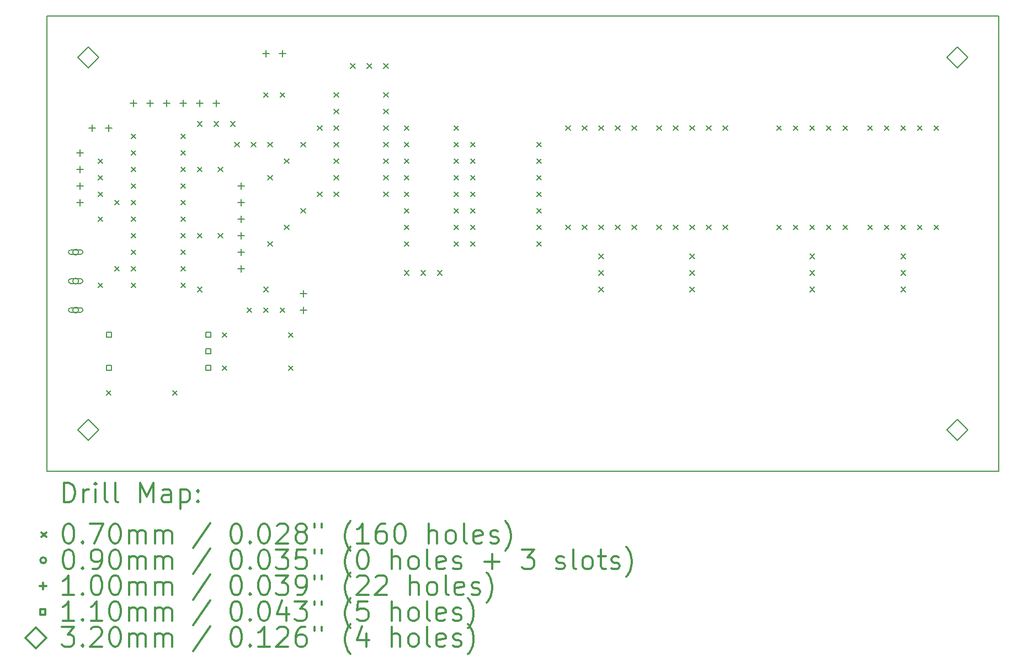
<source format=gbr>
%FSLAX45Y45*%
G04 Gerber Fmt 4.5, Leading zero omitted, Abs format (unit mm)*
G04 Created by KiCad (PCBNEW 4.0.1-stable) date 01/19/17 22:09:21*
%MOMM*%
G01*
G04 APERTURE LIST*
%ADD10C,0.127000*%
%ADD11C,0.150000*%
%ADD12C,0.200000*%
%ADD13C,0.300000*%
G04 APERTURE END LIST*
D10*
D11*
X8636000Y-12763500D02*
X8636000Y-5778500D01*
X23241000Y-12763500D02*
X8636000Y-12763500D01*
X23241000Y-5778500D02*
X23241000Y-12763500D01*
X8636000Y-5778500D02*
X23241000Y-5778500D01*
D12*
X9426500Y-7966000D02*
X9496500Y-8036000D01*
X9496500Y-7966000D02*
X9426500Y-8036000D01*
X9426500Y-8220000D02*
X9496500Y-8290000D01*
X9496500Y-8220000D02*
X9426500Y-8290000D01*
X9426500Y-8474000D02*
X9496500Y-8544000D01*
X9496500Y-8474000D02*
X9426500Y-8544000D01*
X9426500Y-8855000D02*
X9496500Y-8925000D01*
X9496500Y-8855000D02*
X9426500Y-8925000D01*
X9426500Y-9871000D02*
X9496500Y-9941000D01*
X9496500Y-9871000D02*
X9426500Y-9941000D01*
X9553500Y-11522000D02*
X9623500Y-11592000D01*
X9623500Y-11522000D02*
X9553500Y-11592000D01*
X9680500Y-8601000D02*
X9750500Y-8671000D01*
X9750500Y-8601000D02*
X9680500Y-8671000D01*
X9680500Y-9617000D02*
X9750500Y-9687000D01*
X9750500Y-9617000D02*
X9680500Y-9687000D01*
X9934500Y-7585000D02*
X10004500Y-7655000D01*
X10004500Y-7585000D02*
X9934500Y-7655000D01*
X9934500Y-7839000D02*
X10004500Y-7909000D01*
X10004500Y-7839000D02*
X9934500Y-7909000D01*
X9934500Y-8093000D02*
X10004500Y-8163000D01*
X10004500Y-8093000D02*
X9934500Y-8163000D01*
X9934500Y-8347000D02*
X10004500Y-8417000D01*
X10004500Y-8347000D02*
X9934500Y-8417000D01*
X9934500Y-8601000D02*
X10004500Y-8671000D01*
X10004500Y-8601000D02*
X9934500Y-8671000D01*
X9934500Y-8855000D02*
X10004500Y-8925000D01*
X10004500Y-8855000D02*
X9934500Y-8925000D01*
X9934500Y-9109000D02*
X10004500Y-9179000D01*
X10004500Y-9109000D02*
X9934500Y-9179000D01*
X9934500Y-9363000D02*
X10004500Y-9433000D01*
X10004500Y-9363000D02*
X9934500Y-9433000D01*
X9934500Y-9617000D02*
X10004500Y-9687000D01*
X10004500Y-9617000D02*
X9934500Y-9687000D01*
X9934500Y-9871000D02*
X10004500Y-9941000D01*
X10004500Y-9871000D02*
X9934500Y-9941000D01*
X10569500Y-11522000D02*
X10639500Y-11592000D01*
X10639500Y-11522000D02*
X10569500Y-11592000D01*
X10696500Y-7585000D02*
X10766500Y-7655000D01*
X10766500Y-7585000D02*
X10696500Y-7655000D01*
X10696500Y-7839000D02*
X10766500Y-7909000D01*
X10766500Y-7839000D02*
X10696500Y-7909000D01*
X10696500Y-8093000D02*
X10766500Y-8163000D01*
X10766500Y-8093000D02*
X10696500Y-8163000D01*
X10696500Y-8347000D02*
X10766500Y-8417000D01*
X10766500Y-8347000D02*
X10696500Y-8417000D01*
X10696500Y-8601000D02*
X10766500Y-8671000D01*
X10766500Y-8601000D02*
X10696500Y-8671000D01*
X10696500Y-8855000D02*
X10766500Y-8925000D01*
X10766500Y-8855000D02*
X10696500Y-8925000D01*
X10696500Y-9109000D02*
X10766500Y-9179000D01*
X10766500Y-9109000D02*
X10696500Y-9179000D01*
X10696500Y-9363000D02*
X10766500Y-9433000D01*
X10766500Y-9363000D02*
X10696500Y-9433000D01*
X10696500Y-9617000D02*
X10766500Y-9687000D01*
X10766500Y-9617000D02*
X10696500Y-9687000D01*
X10696500Y-9871000D02*
X10766500Y-9941000D01*
X10766500Y-9871000D02*
X10696500Y-9941000D01*
X10950500Y-7394500D02*
X11020500Y-7464500D01*
X11020500Y-7394500D02*
X10950500Y-7464500D01*
X10950500Y-8093000D02*
X11020500Y-8163000D01*
X11020500Y-8093000D02*
X10950500Y-8163000D01*
X10950500Y-9109000D02*
X11020500Y-9179000D01*
X11020500Y-9109000D02*
X10950500Y-9179000D01*
X10950500Y-9934500D02*
X11020500Y-10004500D01*
X11020500Y-9934500D02*
X10950500Y-10004500D01*
X11204500Y-7394500D02*
X11274500Y-7464500D01*
X11274500Y-7394500D02*
X11204500Y-7464500D01*
X11268000Y-8093000D02*
X11338000Y-8163000D01*
X11338000Y-8093000D02*
X11268000Y-8163000D01*
X11268000Y-9109000D02*
X11338000Y-9179000D01*
X11338000Y-9109000D02*
X11268000Y-9179000D01*
X11331500Y-10633000D02*
X11401500Y-10703000D01*
X11401500Y-10633000D02*
X11331500Y-10703000D01*
X11331500Y-11141000D02*
X11401500Y-11211000D01*
X11401500Y-11141000D02*
X11331500Y-11211000D01*
X11458500Y-7394500D02*
X11528500Y-7464500D01*
X11528500Y-7394500D02*
X11458500Y-7464500D01*
X11522000Y-7712000D02*
X11592000Y-7782000D01*
X11592000Y-7712000D02*
X11522000Y-7782000D01*
X11712500Y-10252000D02*
X11782500Y-10322000D01*
X11782500Y-10252000D02*
X11712500Y-10322000D01*
X11776000Y-7712000D02*
X11846000Y-7782000D01*
X11846000Y-7712000D02*
X11776000Y-7782000D01*
X11966500Y-6950000D02*
X12036500Y-7020000D01*
X12036500Y-6950000D02*
X11966500Y-7020000D01*
X11966500Y-9934500D02*
X12036500Y-10004500D01*
X12036500Y-9934500D02*
X11966500Y-10004500D01*
X11966500Y-10252000D02*
X12036500Y-10322000D01*
X12036500Y-10252000D02*
X11966500Y-10322000D01*
X12030000Y-7712000D02*
X12100000Y-7782000D01*
X12100000Y-7712000D02*
X12030000Y-7782000D01*
X12030000Y-8220000D02*
X12100000Y-8290000D01*
X12100000Y-8220000D02*
X12030000Y-8290000D01*
X12030000Y-9236000D02*
X12100000Y-9306000D01*
X12100000Y-9236000D02*
X12030000Y-9306000D01*
X12220500Y-6950000D02*
X12290500Y-7020000D01*
X12290500Y-6950000D02*
X12220500Y-7020000D01*
X12220500Y-10252000D02*
X12290500Y-10322000D01*
X12290500Y-10252000D02*
X12220500Y-10322000D01*
X12284000Y-7966000D02*
X12354000Y-8036000D01*
X12354000Y-7966000D02*
X12284000Y-8036000D01*
X12284000Y-8982000D02*
X12354000Y-9052000D01*
X12354000Y-8982000D02*
X12284000Y-9052000D01*
X12347500Y-10633000D02*
X12417500Y-10703000D01*
X12417500Y-10633000D02*
X12347500Y-10703000D01*
X12347500Y-11141000D02*
X12417500Y-11211000D01*
X12417500Y-11141000D02*
X12347500Y-11211000D01*
X12538000Y-7712000D02*
X12608000Y-7782000D01*
X12608000Y-7712000D02*
X12538000Y-7782000D01*
X12538000Y-8728000D02*
X12608000Y-8798000D01*
X12608000Y-8728000D02*
X12538000Y-8798000D01*
X12792000Y-7458000D02*
X12862000Y-7528000D01*
X12862000Y-7458000D02*
X12792000Y-7528000D01*
X12792000Y-8474000D02*
X12862000Y-8544000D01*
X12862000Y-8474000D02*
X12792000Y-8544000D01*
X13046000Y-6950000D02*
X13116000Y-7020000D01*
X13116000Y-6950000D02*
X13046000Y-7020000D01*
X13046000Y-7204000D02*
X13116000Y-7274000D01*
X13116000Y-7204000D02*
X13046000Y-7274000D01*
X13046000Y-7458000D02*
X13116000Y-7528000D01*
X13116000Y-7458000D02*
X13046000Y-7528000D01*
X13046000Y-7712000D02*
X13116000Y-7782000D01*
X13116000Y-7712000D02*
X13046000Y-7782000D01*
X13046000Y-7966000D02*
X13116000Y-8036000D01*
X13116000Y-7966000D02*
X13046000Y-8036000D01*
X13046000Y-8220000D02*
X13116000Y-8290000D01*
X13116000Y-8220000D02*
X13046000Y-8290000D01*
X13046000Y-8474000D02*
X13116000Y-8544000D01*
X13116000Y-8474000D02*
X13046000Y-8544000D01*
X13300000Y-6505500D02*
X13370000Y-6575500D01*
X13370000Y-6505500D02*
X13300000Y-6575500D01*
X13554000Y-6505500D02*
X13624000Y-6575500D01*
X13624000Y-6505500D02*
X13554000Y-6575500D01*
X13808000Y-6505500D02*
X13878000Y-6575500D01*
X13878000Y-6505500D02*
X13808000Y-6575500D01*
X13808000Y-6950000D02*
X13878000Y-7020000D01*
X13878000Y-6950000D02*
X13808000Y-7020000D01*
X13808000Y-7204000D02*
X13878000Y-7274000D01*
X13878000Y-7204000D02*
X13808000Y-7274000D01*
X13808000Y-7458000D02*
X13878000Y-7528000D01*
X13878000Y-7458000D02*
X13808000Y-7528000D01*
X13808000Y-7712000D02*
X13878000Y-7782000D01*
X13878000Y-7712000D02*
X13808000Y-7782000D01*
X13808000Y-7966000D02*
X13878000Y-8036000D01*
X13878000Y-7966000D02*
X13808000Y-8036000D01*
X13808000Y-8220000D02*
X13878000Y-8290000D01*
X13878000Y-8220000D02*
X13808000Y-8290000D01*
X13808000Y-8474000D02*
X13878000Y-8544000D01*
X13878000Y-8474000D02*
X13808000Y-8544000D01*
X14125500Y-7458000D02*
X14195500Y-7528000D01*
X14195500Y-7458000D02*
X14125500Y-7528000D01*
X14125500Y-7712000D02*
X14195500Y-7782000D01*
X14195500Y-7712000D02*
X14125500Y-7782000D01*
X14125500Y-7966000D02*
X14195500Y-8036000D01*
X14195500Y-7966000D02*
X14125500Y-8036000D01*
X14125500Y-8220000D02*
X14195500Y-8290000D01*
X14195500Y-8220000D02*
X14125500Y-8290000D01*
X14125500Y-8474000D02*
X14195500Y-8544000D01*
X14195500Y-8474000D02*
X14125500Y-8544000D01*
X14125500Y-8728000D02*
X14195500Y-8798000D01*
X14195500Y-8728000D02*
X14125500Y-8798000D01*
X14125500Y-8982000D02*
X14195500Y-9052000D01*
X14195500Y-8982000D02*
X14125500Y-9052000D01*
X14125500Y-9236000D02*
X14195500Y-9306000D01*
X14195500Y-9236000D02*
X14125500Y-9306000D01*
X14125500Y-9680500D02*
X14195500Y-9750500D01*
X14195500Y-9680500D02*
X14125500Y-9750500D01*
X14379500Y-9680500D02*
X14449500Y-9750500D01*
X14449500Y-9680500D02*
X14379500Y-9750500D01*
X14633500Y-9680500D02*
X14703500Y-9750500D01*
X14703500Y-9680500D02*
X14633500Y-9750500D01*
X14887500Y-7458000D02*
X14957500Y-7528000D01*
X14957500Y-7458000D02*
X14887500Y-7528000D01*
X14887500Y-7712000D02*
X14957500Y-7782000D01*
X14957500Y-7712000D02*
X14887500Y-7782000D01*
X14887500Y-7966000D02*
X14957500Y-8036000D01*
X14957500Y-7966000D02*
X14887500Y-8036000D01*
X14887500Y-8220000D02*
X14957500Y-8290000D01*
X14957500Y-8220000D02*
X14887500Y-8290000D01*
X14887500Y-8474000D02*
X14957500Y-8544000D01*
X14957500Y-8474000D02*
X14887500Y-8544000D01*
X14887500Y-8728000D02*
X14957500Y-8798000D01*
X14957500Y-8728000D02*
X14887500Y-8798000D01*
X14887500Y-8982000D02*
X14957500Y-9052000D01*
X14957500Y-8982000D02*
X14887500Y-9052000D01*
X14887500Y-9236000D02*
X14957500Y-9306000D01*
X14957500Y-9236000D02*
X14887500Y-9306000D01*
X15141500Y-7712000D02*
X15211500Y-7782000D01*
X15211500Y-7712000D02*
X15141500Y-7782000D01*
X15141500Y-7966000D02*
X15211500Y-8036000D01*
X15211500Y-7966000D02*
X15141500Y-8036000D01*
X15141500Y-8220000D02*
X15211500Y-8290000D01*
X15211500Y-8220000D02*
X15141500Y-8290000D01*
X15141500Y-8474000D02*
X15211500Y-8544000D01*
X15211500Y-8474000D02*
X15141500Y-8544000D01*
X15141500Y-8728000D02*
X15211500Y-8798000D01*
X15211500Y-8728000D02*
X15141500Y-8798000D01*
X15141500Y-8982000D02*
X15211500Y-9052000D01*
X15211500Y-8982000D02*
X15141500Y-9052000D01*
X15141500Y-9236000D02*
X15211500Y-9306000D01*
X15211500Y-9236000D02*
X15141500Y-9306000D01*
X16157500Y-7712000D02*
X16227500Y-7782000D01*
X16227500Y-7712000D02*
X16157500Y-7782000D01*
X16157500Y-7966000D02*
X16227500Y-8036000D01*
X16227500Y-7966000D02*
X16157500Y-8036000D01*
X16157500Y-8220000D02*
X16227500Y-8290000D01*
X16227500Y-8220000D02*
X16157500Y-8290000D01*
X16157500Y-8474000D02*
X16227500Y-8544000D01*
X16227500Y-8474000D02*
X16157500Y-8544000D01*
X16157500Y-8728000D02*
X16227500Y-8798000D01*
X16227500Y-8728000D02*
X16157500Y-8798000D01*
X16157500Y-8982000D02*
X16227500Y-9052000D01*
X16227500Y-8982000D02*
X16157500Y-9052000D01*
X16157500Y-9236000D02*
X16227500Y-9306000D01*
X16227500Y-9236000D02*
X16157500Y-9306000D01*
X16602000Y-7458000D02*
X16672000Y-7528000D01*
X16672000Y-7458000D02*
X16602000Y-7528000D01*
X16602000Y-8982000D02*
X16672000Y-9052000D01*
X16672000Y-8982000D02*
X16602000Y-9052000D01*
X16856000Y-7458000D02*
X16926000Y-7528000D01*
X16926000Y-7458000D02*
X16856000Y-7528000D01*
X16856000Y-8982000D02*
X16926000Y-9052000D01*
X16926000Y-8982000D02*
X16856000Y-9052000D01*
X17110000Y-7458000D02*
X17180000Y-7528000D01*
X17180000Y-7458000D02*
X17110000Y-7528000D01*
X17110000Y-8982000D02*
X17180000Y-9052000D01*
X17180000Y-8982000D02*
X17110000Y-9052000D01*
X17110000Y-9426500D02*
X17180000Y-9496500D01*
X17180000Y-9426500D02*
X17110000Y-9496500D01*
X17110000Y-9680500D02*
X17180000Y-9750500D01*
X17180000Y-9680500D02*
X17110000Y-9750500D01*
X17110000Y-9934500D02*
X17180000Y-10004500D01*
X17180000Y-9934500D02*
X17110000Y-10004500D01*
X17364000Y-7458000D02*
X17434000Y-7528000D01*
X17434000Y-7458000D02*
X17364000Y-7528000D01*
X17364000Y-8982000D02*
X17434000Y-9052000D01*
X17434000Y-8982000D02*
X17364000Y-9052000D01*
X17618000Y-7458000D02*
X17688000Y-7528000D01*
X17688000Y-7458000D02*
X17618000Y-7528000D01*
X17618000Y-8982000D02*
X17688000Y-9052000D01*
X17688000Y-8982000D02*
X17618000Y-9052000D01*
X17999000Y-7458000D02*
X18069000Y-7528000D01*
X18069000Y-7458000D02*
X17999000Y-7528000D01*
X17999000Y-8982000D02*
X18069000Y-9052000D01*
X18069000Y-8982000D02*
X17999000Y-9052000D01*
X18253000Y-7458000D02*
X18323000Y-7528000D01*
X18323000Y-7458000D02*
X18253000Y-7528000D01*
X18253000Y-8982000D02*
X18323000Y-9052000D01*
X18323000Y-8982000D02*
X18253000Y-9052000D01*
X18507000Y-7458000D02*
X18577000Y-7528000D01*
X18577000Y-7458000D02*
X18507000Y-7528000D01*
X18507000Y-8982000D02*
X18577000Y-9052000D01*
X18577000Y-8982000D02*
X18507000Y-9052000D01*
X18507000Y-9426500D02*
X18577000Y-9496500D01*
X18577000Y-9426500D02*
X18507000Y-9496500D01*
X18507000Y-9680500D02*
X18577000Y-9750500D01*
X18577000Y-9680500D02*
X18507000Y-9750500D01*
X18507000Y-9934500D02*
X18577000Y-10004500D01*
X18577000Y-9934500D02*
X18507000Y-10004500D01*
X18761000Y-7458000D02*
X18831000Y-7528000D01*
X18831000Y-7458000D02*
X18761000Y-7528000D01*
X18761000Y-8982000D02*
X18831000Y-9052000D01*
X18831000Y-8982000D02*
X18761000Y-9052000D01*
X19015000Y-7458000D02*
X19085000Y-7528000D01*
X19085000Y-7458000D02*
X19015000Y-7528000D01*
X19015000Y-8982000D02*
X19085000Y-9052000D01*
X19085000Y-8982000D02*
X19015000Y-9052000D01*
X19840500Y-7458000D02*
X19910500Y-7528000D01*
X19910500Y-7458000D02*
X19840500Y-7528000D01*
X19840500Y-8982000D02*
X19910500Y-9052000D01*
X19910500Y-8982000D02*
X19840500Y-9052000D01*
X20094500Y-7458000D02*
X20164500Y-7528000D01*
X20164500Y-7458000D02*
X20094500Y-7528000D01*
X20094500Y-8982000D02*
X20164500Y-9052000D01*
X20164500Y-8982000D02*
X20094500Y-9052000D01*
X20348500Y-7458000D02*
X20418500Y-7528000D01*
X20418500Y-7458000D02*
X20348500Y-7528000D01*
X20348500Y-8982000D02*
X20418500Y-9052000D01*
X20418500Y-8982000D02*
X20348500Y-9052000D01*
X20348500Y-9426500D02*
X20418500Y-9496500D01*
X20418500Y-9426500D02*
X20348500Y-9496500D01*
X20348500Y-9680500D02*
X20418500Y-9750500D01*
X20418500Y-9680500D02*
X20348500Y-9750500D01*
X20348500Y-9934500D02*
X20418500Y-10004500D01*
X20418500Y-9934500D02*
X20348500Y-10004500D01*
X20602500Y-7458000D02*
X20672500Y-7528000D01*
X20672500Y-7458000D02*
X20602500Y-7528000D01*
X20602500Y-8982000D02*
X20672500Y-9052000D01*
X20672500Y-8982000D02*
X20602500Y-9052000D01*
X20856500Y-7458000D02*
X20926500Y-7528000D01*
X20926500Y-7458000D02*
X20856500Y-7528000D01*
X20856500Y-8982000D02*
X20926500Y-9052000D01*
X20926500Y-8982000D02*
X20856500Y-9052000D01*
X21237500Y-7458000D02*
X21307500Y-7528000D01*
X21307500Y-7458000D02*
X21237500Y-7528000D01*
X21237500Y-8982000D02*
X21307500Y-9052000D01*
X21307500Y-8982000D02*
X21237500Y-9052000D01*
X21491500Y-7458000D02*
X21561500Y-7528000D01*
X21561500Y-7458000D02*
X21491500Y-7528000D01*
X21491500Y-8982000D02*
X21561500Y-9052000D01*
X21561500Y-8982000D02*
X21491500Y-9052000D01*
X21745500Y-7458000D02*
X21815500Y-7528000D01*
X21815500Y-7458000D02*
X21745500Y-7528000D01*
X21745500Y-8982000D02*
X21815500Y-9052000D01*
X21815500Y-8982000D02*
X21745500Y-9052000D01*
X21745500Y-9426500D02*
X21815500Y-9496500D01*
X21815500Y-9426500D02*
X21745500Y-9496500D01*
X21745500Y-9680500D02*
X21815500Y-9750500D01*
X21815500Y-9680500D02*
X21745500Y-9750500D01*
X21745500Y-9934500D02*
X21815500Y-10004500D01*
X21815500Y-9934500D02*
X21745500Y-10004500D01*
X21999500Y-7458000D02*
X22069500Y-7528000D01*
X22069500Y-7458000D02*
X21999500Y-7528000D01*
X21999500Y-8982000D02*
X22069500Y-9052000D01*
X22069500Y-8982000D02*
X21999500Y-9052000D01*
X22253500Y-7458000D02*
X22323500Y-7528000D01*
X22323500Y-7458000D02*
X22253500Y-7528000D01*
X22253500Y-8982000D02*
X22323500Y-9052000D01*
X22323500Y-8982000D02*
X22253500Y-9052000D01*
X9125500Y-9398000D02*
G75*
G03X9125500Y-9398000I-45000J0D01*
G01*
X9155500Y-9363000D02*
X9005500Y-9363000D01*
X9155500Y-9433000D02*
X9005500Y-9433000D01*
X9005500Y-9363000D02*
G75*
G03X9005500Y-9433000I0J-35000D01*
G01*
X9155500Y-9433000D02*
G75*
G03X9155500Y-9363000I0J35000D01*
G01*
X9125500Y-9842500D02*
G75*
G03X9125500Y-9842500I-45000J0D01*
G01*
X9155500Y-9807500D02*
X9005500Y-9807500D01*
X9155500Y-9877500D02*
X9005500Y-9877500D01*
X9005500Y-9807500D02*
G75*
G03X9005500Y-9877500I0J-35000D01*
G01*
X9155500Y-9877500D02*
G75*
G03X9155500Y-9807500I0J35000D01*
G01*
X9125500Y-10287000D02*
G75*
G03X9125500Y-10287000I-45000J0D01*
G01*
X9155500Y-10252000D02*
X9005500Y-10252000D01*
X9155500Y-10322000D02*
X9005500Y-10322000D01*
X9005500Y-10252000D02*
G75*
G03X9005500Y-10322000I0J-35000D01*
G01*
X9155500Y-10322000D02*
G75*
G03X9155500Y-10252000I0J35000D01*
G01*
X9144000Y-7824000D02*
X9144000Y-7924000D01*
X9094000Y-7874000D02*
X9194000Y-7874000D01*
X9144000Y-8078000D02*
X9144000Y-8178000D01*
X9094000Y-8128000D02*
X9194000Y-8128000D01*
X9144000Y-8332000D02*
X9144000Y-8432000D01*
X9094000Y-8382000D02*
X9194000Y-8382000D01*
X9144000Y-8586000D02*
X9144000Y-8686000D01*
X9094000Y-8636000D02*
X9194000Y-8636000D01*
X9334500Y-7443000D02*
X9334500Y-7543000D01*
X9284500Y-7493000D02*
X9384500Y-7493000D01*
X9588500Y-7443000D02*
X9588500Y-7543000D01*
X9538500Y-7493000D02*
X9638500Y-7493000D01*
X9969500Y-7062000D02*
X9969500Y-7162000D01*
X9919500Y-7112000D02*
X10019500Y-7112000D01*
X10223500Y-7062000D02*
X10223500Y-7162000D01*
X10173500Y-7112000D02*
X10273500Y-7112000D01*
X10477500Y-7062000D02*
X10477500Y-7162000D01*
X10427500Y-7112000D02*
X10527500Y-7112000D01*
X10731500Y-7062000D02*
X10731500Y-7162000D01*
X10681500Y-7112000D02*
X10781500Y-7112000D01*
X10985500Y-7062000D02*
X10985500Y-7162000D01*
X10935500Y-7112000D02*
X11035500Y-7112000D01*
X11239500Y-7062000D02*
X11239500Y-7162000D01*
X11189500Y-7112000D02*
X11289500Y-7112000D01*
X11620500Y-8332000D02*
X11620500Y-8432000D01*
X11570500Y-8382000D02*
X11670500Y-8382000D01*
X11620500Y-8586000D02*
X11620500Y-8686000D01*
X11570500Y-8636000D02*
X11670500Y-8636000D01*
X11620500Y-8840000D02*
X11620500Y-8940000D01*
X11570500Y-8890000D02*
X11670500Y-8890000D01*
X11620500Y-9094000D02*
X11620500Y-9194000D01*
X11570500Y-9144000D02*
X11670500Y-9144000D01*
X11620500Y-9348000D02*
X11620500Y-9448000D01*
X11570500Y-9398000D02*
X11670500Y-9398000D01*
X11620500Y-9602000D02*
X11620500Y-9702000D01*
X11570500Y-9652000D02*
X11670500Y-9652000D01*
X12001500Y-6300000D02*
X12001500Y-6400000D01*
X11951500Y-6350000D02*
X12051500Y-6350000D01*
X12255500Y-6300000D02*
X12255500Y-6400000D01*
X12205500Y-6350000D02*
X12305500Y-6350000D01*
X12573000Y-9983000D02*
X12573000Y-10083000D01*
X12523000Y-10033000D02*
X12623000Y-10033000D01*
X12573000Y-10237000D02*
X12573000Y-10337000D01*
X12523000Y-10287000D02*
X12623000Y-10287000D01*
X9627391Y-10706891D02*
X9627391Y-10629109D01*
X9549609Y-10629109D01*
X9549609Y-10706891D01*
X9627391Y-10706891D01*
X9627391Y-11214891D02*
X9627391Y-11137109D01*
X9549609Y-11137109D01*
X9549609Y-11214891D01*
X9627391Y-11214891D01*
X11151391Y-10706891D02*
X11151391Y-10629109D01*
X11073609Y-10629109D01*
X11073609Y-10706891D01*
X11151391Y-10706891D01*
X11151391Y-10960891D02*
X11151391Y-10883109D01*
X11073609Y-10883109D01*
X11073609Y-10960891D01*
X11151391Y-10960891D01*
X11151391Y-11214891D02*
X11151391Y-11137109D01*
X11073609Y-11137109D01*
X11073609Y-11214891D01*
X11151391Y-11214891D01*
X9271000Y-6573500D02*
X9431000Y-6413500D01*
X9271000Y-6253500D01*
X9111000Y-6413500D01*
X9271000Y-6573500D01*
X9271000Y-12288500D02*
X9431000Y-12128500D01*
X9271000Y-11968500D01*
X9111000Y-12128500D01*
X9271000Y-12288500D01*
X22606000Y-6573500D02*
X22766000Y-6413500D01*
X22606000Y-6253500D01*
X22446000Y-6413500D01*
X22606000Y-6573500D01*
X22606000Y-12288500D02*
X22766000Y-12128500D01*
X22606000Y-11968500D01*
X22446000Y-12128500D01*
X22606000Y-12288500D01*
D13*
X8899929Y-13236714D02*
X8899929Y-12936714D01*
X8971357Y-12936714D01*
X9014214Y-12951000D01*
X9042786Y-12979571D01*
X9057071Y-13008143D01*
X9071357Y-13065286D01*
X9071357Y-13108143D01*
X9057071Y-13165286D01*
X9042786Y-13193857D01*
X9014214Y-13222429D01*
X8971357Y-13236714D01*
X8899929Y-13236714D01*
X9199929Y-13236714D02*
X9199929Y-13036714D01*
X9199929Y-13093857D02*
X9214214Y-13065286D01*
X9228500Y-13051000D01*
X9257071Y-13036714D01*
X9285643Y-13036714D01*
X9385643Y-13236714D02*
X9385643Y-13036714D01*
X9385643Y-12936714D02*
X9371357Y-12951000D01*
X9385643Y-12965286D01*
X9399929Y-12951000D01*
X9385643Y-12936714D01*
X9385643Y-12965286D01*
X9571357Y-13236714D02*
X9542786Y-13222429D01*
X9528500Y-13193857D01*
X9528500Y-12936714D01*
X9728500Y-13236714D02*
X9699929Y-13222429D01*
X9685643Y-13193857D01*
X9685643Y-12936714D01*
X10071357Y-13236714D02*
X10071357Y-12936714D01*
X10171357Y-13151000D01*
X10271357Y-12936714D01*
X10271357Y-13236714D01*
X10542786Y-13236714D02*
X10542786Y-13079571D01*
X10528500Y-13051000D01*
X10499929Y-13036714D01*
X10442786Y-13036714D01*
X10414214Y-13051000D01*
X10542786Y-13222429D02*
X10514214Y-13236714D01*
X10442786Y-13236714D01*
X10414214Y-13222429D01*
X10399929Y-13193857D01*
X10399929Y-13165286D01*
X10414214Y-13136714D01*
X10442786Y-13122429D01*
X10514214Y-13122429D01*
X10542786Y-13108143D01*
X10685643Y-13036714D02*
X10685643Y-13336714D01*
X10685643Y-13051000D02*
X10714214Y-13036714D01*
X10771357Y-13036714D01*
X10799929Y-13051000D01*
X10814214Y-13065286D01*
X10828500Y-13093857D01*
X10828500Y-13179571D01*
X10814214Y-13208143D01*
X10799929Y-13222429D01*
X10771357Y-13236714D01*
X10714214Y-13236714D01*
X10685643Y-13222429D01*
X10957071Y-13208143D02*
X10971357Y-13222429D01*
X10957071Y-13236714D01*
X10942786Y-13222429D01*
X10957071Y-13208143D01*
X10957071Y-13236714D01*
X10957071Y-13051000D02*
X10971357Y-13065286D01*
X10957071Y-13079571D01*
X10942786Y-13065286D01*
X10957071Y-13051000D01*
X10957071Y-13079571D01*
X8558500Y-13696000D02*
X8628500Y-13766000D01*
X8628500Y-13696000D02*
X8558500Y-13766000D01*
X8957071Y-13566714D02*
X8985643Y-13566714D01*
X9014214Y-13581000D01*
X9028500Y-13595286D01*
X9042786Y-13623857D01*
X9057071Y-13681000D01*
X9057071Y-13752429D01*
X9042786Y-13809571D01*
X9028500Y-13838143D01*
X9014214Y-13852429D01*
X8985643Y-13866714D01*
X8957071Y-13866714D01*
X8928500Y-13852429D01*
X8914214Y-13838143D01*
X8899929Y-13809571D01*
X8885643Y-13752429D01*
X8885643Y-13681000D01*
X8899929Y-13623857D01*
X8914214Y-13595286D01*
X8928500Y-13581000D01*
X8957071Y-13566714D01*
X9185643Y-13838143D02*
X9199929Y-13852429D01*
X9185643Y-13866714D01*
X9171357Y-13852429D01*
X9185643Y-13838143D01*
X9185643Y-13866714D01*
X9299928Y-13566714D02*
X9499928Y-13566714D01*
X9371357Y-13866714D01*
X9671357Y-13566714D02*
X9699929Y-13566714D01*
X9728500Y-13581000D01*
X9742786Y-13595286D01*
X9757071Y-13623857D01*
X9771357Y-13681000D01*
X9771357Y-13752429D01*
X9757071Y-13809571D01*
X9742786Y-13838143D01*
X9728500Y-13852429D01*
X9699929Y-13866714D01*
X9671357Y-13866714D01*
X9642786Y-13852429D01*
X9628500Y-13838143D01*
X9614214Y-13809571D01*
X9599929Y-13752429D01*
X9599929Y-13681000D01*
X9614214Y-13623857D01*
X9628500Y-13595286D01*
X9642786Y-13581000D01*
X9671357Y-13566714D01*
X9899929Y-13866714D02*
X9899929Y-13666714D01*
X9899929Y-13695286D02*
X9914214Y-13681000D01*
X9942786Y-13666714D01*
X9985643Y-13666714D01*
X10014214Y-13681000D01*
X10028500Y-13709571D01*
X10028500Y-13866714D01*
X10028500Y-13709571D02*
X10042786Y-13681000D01*
X10071357Y-13666714D01*
X10114214Y-13666714D01*
X10142786Y-13681000D01*
X10157071Y-13709571D01*
X10157071Y-13866714D01*
X10299929Y-13866714D02*
X10299929Y-13666714D01*
X10299929Y-13695286D02*
X10314214Y-13681000D01*
X10342786Y-13666714D01*
X10385643Y-13666714D01*
X10414214Y-13681000D01*
X10428500Y-13709571D01*
X10428500Y-13866714D01*
X10428500Y-13709571D02*
X10442786Y-13681000D01*
X10471357Y-13666714D01*
X10514214Y-13666714D01*
X10542786Y-13681000D01*
X10557071Y-13709571D01*
X10557071Y-13866714D01*
X11142786Y-13552429D02*
X10885643Y-13938143D01*
X11528500Y-13566714D02*
X11557071Y-13566714D01*
X11585643Y-13581000D01*
X11599928Y-13595286D01*
X11614214Y-13623857D01*
X11628500Y-13681000D01*
X11628500Y-13752429D01*
X11614214Y-13809571D01*
X11599928Y-13838143D01*
X11585643Y-13852429D01*
X11557071Y-13866714D01*
X11528500Y-13866714D01*
X11499928Y-13852429D01*
X11485643Y-13838143D01*
X11471357Y-13809571D01*
X11457071Y-13752429D01*
X11457071Y-13681000D01*
X11471357Y-13623857D01*
X11485643Y-13595286D01*
X11499928Y-13581000D01*
X11528500Y-13566714D01*
X11757071Y-13838143D02*
X11771357Y-13852429D01*
X11757071Y-13866714D01*
X11742786Y-13852429D01*
X11757071Y-13838143D01*
X11757071Y-13866714D01*
X11957071Y-13566714D02*
X11985643Y-13566714D01*
X12014214Y-13581000D01*
X12028500Y-13595286D01*
X12042785Y-13623857D01*
X12057071Y-13681000D01*
X12057071Y-13752429D01*
X12042785Y-13809571D01*
X12028500Y-13838143D01*
X12014214Y-13852429D01*
X11985643Y-13866714D01*
X11957071Y-13866714D01*
X11928500Y-13852429D01*
X11914214Y-13838143D01*
X11899928Y-13809571D01*
X11885643Y-13752429D01*
X11885643Y-13681000D01*
X11899928Y-13623857D01*
X11914214Y-13595286D01*
X11928500Y-13581000D01*
X11957071Y-13566714D01*
X12171357Y-13595286D02*
X12185643Y-13581000D01*
X12214214Y-13566714D01*
X12285643Y-13566714D01*
X12314214Y-13581000D01*
X12328500Y-13595286D01*
X12342785Y-13623857D01*
X12342785Y-13652429D01*
X12328500Y-13695286D01*
X12157071Y-13866714D01*
X12342785Y-13866714D01*
X12514214Y-13695286D02*
X12485643Y-13681000D01*
X12471357Y-13666714D01*
X12457071Y-13638143D01*
X12457071Y-13623857D01*
X12471357Y-13595286D01*
X12485643Y-13581000D01*
X12514214Y-13566714D01*
X12571357Y-13566714D01*
X12599928Y-13581000D01*
X12614214Y-13595286D01*
X12628500Y-13623857D01*
X12628500Y-13638143D01*
X12614214Y-13666714D01*
X12599928Y-13681000D01*
X12571357Y-13695286D01*
X12514214Y-13695286D01*
X12485643Y-13709571D01*
X12471357Y-13723857D01*
X12457071Y-13752429D01*
X12457071Y-13809571D01*
X12471357Y-13838143D01*
X12485643Y-13852429D01*
X12514214Y-13866714D01*
X12571357Y-13866714D01*
X12599928Y-13852429D01*
X12614214Y-13838143D01*
X12628500Y-13809571D01*
X12628500Y-13752429D01*
X12614214Y-13723857D01*
X12599928Y-13709571D01*
X12571357Y-13695286D01*
X12742786Y-13566714D02*
X12742786Y-13623857D01*
X12857071Y-13566714D02*
X12857071Y-13623857D01*
X13299928Y-13981000D02*
X13285643Y-13966714D01*
X13257071Y-13923857D01*
X13242785Y-13895286D01*
X13228500Y-13852429D01*
X13214214Y-13781000D01*
X13214214Y-13723857D01*
X13228500Y-13652429D01*
X13242785Y-13609571D01*
X13257071Y-13581000D01*
X13285643Y-13538143D01*
X13299928Y-13523857D01*
X13571357Y-13866714D02*
X13399928Y-13866714D01*
X13485643Y-13866714D02*
X13485643Y-13566714D01*
X13457071Y-13609571D01*
X13428500Y-13638143D01*
X13399928Y-13652429D01*
X13828500Y-13566714D02*
X13771357Y-13566714D01*
X13742785Y-13581000D01*
X13728500Y-13595286D01*
X13699928Y-13638143D01*
X13685643Y-13695286D01*
X13685643Y-13809571D01*
X13699928Y-13838143D01*
X13714214Y-13852429D01*
X13742785Y-13866714D01*
X13799928Y-13866714D01*
X13828500Y-13852429D01*
X13842785Y-13838143D01*
X13857071Y-13809571D01*
X13857071Y-13738143D01*
X13842785Y-13709571D01*
X13828500Y-13695286D01*
X13799928Y-13681000D01*
X13742785Y-13681000D01*
X13714214Y-13695286D01*
X13699928Y-13709571D01*
X13685643Y-13738143D01*
X14042785Y-13566714D02*
X14071357Y-13566714D01*
X14099928Y-13581000D01*
X14114214Y-13595286D01*
X14128500Y-13623857D01*
X14142785Y-13681000D01*
X14142785Y-13752429D01*
X14128500Y-13809571D01*
X14114214Y-13838143D01*
X14099928Y-13852429D01*
X14071357Y-13866714D01*
X14042785Y-13866714D01*
X14014214Y-13852429D01*
X13999928Y-13838143D01*
X13985643Y-13809571D01*
X13971357Y-13752429D01*
X13971357Y-13681000D01*
X13985643Y-13623857D01*
X13999928Y-13595286D01*
X14014214Y-13581000D01*
X14042785Y-13566714D01*
X14499928Y-13866714D02*
X14499928Y-13566714D01*
X14628500Y-13866714D02*
X14628500Y-13709571D01*
X14614214Y-13681000D01*
X14585643Y-13666714D01*
X14542785Y-13666714D01*
X14514214Y-13681000D01*
X14499928Y-13695286D01*
X14814214Y-13866714D02*
X14785643Y-13852429D01*
X14771357Y-13838143D01*
X14757071Y-13809571D01*
X14757071Y-13723857D01*
X14771357Y-13695286D01*
X14785643Y-13681000D01*
X14814214Y-13666714D01*
X14857071Y-13666714D01*
X14885643Y-13681000D01*
X14899928Y-13695286D01*
X14914214Y-13723857D01*
X14914214Y-13809571D01*
X14899928Y-13838143D01*
X14885643Y-13852429D01*
X14857071Y-13866714D01*
X14814214Y-13866714D01*
X15085643Y-13866714D02*
X15057071Y-13852429D01*
X15042786Y-13823857D01*
X15042786Y-13566714D01*
X15314214Y-13852429D02*
X15285643Y-13866714D01*
X15228500Y-13866714D01*
X15199928Y-13852429D01*
X15185643Y-13823857D01*
X15185643Y-13709571D01*
X15199928Y-13681000D01*
X15228500Y-13666714D01*
X15285643Y-13666714D01*
X15314214Y-13681000D01*
X15328500Y-13709571D01*
X15328500Y-13738143D01*
X15185643Y-13766714D01*
X15442786Y-13852429D02*
X15471357Y-13866714D01*
X15528500Y-13866714D01*
X15557071Y-13852429D01*
X15571357Y-13823857D01*
X15571357Y-13809571D01*
X15557071Y-13781000D01*
X15528500Y-13766714D01*
X15485643Y-13766714D01*
X15457071Y-13752429D01*
X15442786Y-13723857D01*
X15442786Y-13709571D01*
X15457071Y-13681000D01*
X15485643Y-13666714D01*
X15528500Y-13666714D01*
X15557071Y-13681000D01*
X15671357Y-13981000D02*
X15685643Y-13966714D01*
X15714214Y-13923857D01*
X15728500Y-13895286D01*
X15742786Y-13852429D01*
X15757071Y-13781000D01*
X15757071Y-13723857D01*
X15742786Y-13652429D01*
X15728500Y-13609571D01*
X15714214Y-13581000D01*
X15685643Y-13538143D01*
X15671357Y-13523857D01*
X8628500Y-14127000D02*
G75*
G03X8628500Y-14127000I-45000J0D01*
G01*
X8957071Y-13962714D02*
X8985643Y-13962714D01*
X9014214Y-13977000D01*
X9028500Y-13991286D01*
X9042786Y-14019857D01*
X9057071Y-14077000D01*
X9057071Y-14148429D01*
X9042786Y-14205571D01*
X9028500Y-14234143D01*
X9014214Y-14248429D01*
X8985643Y-14262714D01*
X8957071Y-14262714D01*
X8928500Y-14248429D01*
X8914214Y-14234143D01*
X8899929Y-14205571D01*
X8885643Y-14148429D01*
X8885643Y-14077000D01*
X8899929Y-14019857D01*
X8914214Y-13991286D01*
X8928500Y-13977000D01*
X8957071Y-13962714D01*
X9185643Y-14234143D02*
X9199929Y-14248429D01*
X9185643Y-14262714D01*
X9171357Y-14248429D01*
X9185643Y-14234143D01*
X9185643Y-14262714D01*
X9342786Y-14262714D02*
X9399928Y-14262714D01*
X9428500Y-14248429D01*
X9442786Y-14234143D01*
X9471357Y-14191286D01*
X9485643Y-14134143D01*
X9485643Y-14019857D01*
X9471357Y-13991286D01*
X9457071Y-13977000D01*
X9428500Y-13962714D01*
X9371357Y-13962714D01*
X9342786Y-13977000D01*
X9328500Y-13991286D01*
X9314214Y-14019857D01*
X9314214Y-14091286D01*
X9328500Y-14119857D01*
X9342786Y-14134143D01*
X9371357Y-14148429D01*
X9428500Y-14148429D01*
X9457071Y-14134143D01*
X9471357Y-14119857D01*
X9485643Y-14091286D01*
X9671357Y-13962714D02*
X9699929Y-13962714D01*
X9728500Y-13977000D01*
X9742786Y-13991286D01*
X9757071Y-14019857D01*
X9771357Y-14077000D01*
X9771357Y-14148429D01*
X9757071Y-14205571D01*
X9742786Y-14234143D01*
X9728500Y-14248429D01*
X9699929Y-14262714D01*
X9671357Y-14262714D01*
X9642786Y-14248429D01*
X9628500Y-14234143D01*
X9614214Y-14205571D01*
X9599929Y-14148429D01*
X9599929Y-14077000D01*
X9614214Y-14019857D01*
X9628500Y-13991286D01*
X9642786Y-13977000D01*
X9671357Y-13962714D01*
X9899929Y-14262714D02*
X9899929Y-14062714D01*
X9899929Y-14091286D02*
X9914214Y-14077000D01*
X9942786Y-14062714D01*
X9985643Y-14062714D01*
X10014214Y-14077000D01*
X10028500Y-14105571D01*
X10028500Y-14262714D01*
X10028500Y-14105571D02*
X10042786Y-14077000D01*
X10071357Y-14062714D01*
X10114214Y-14062714D01*
X10142786Y-14077000D01*
X10157071Y-14105571D01*
X10157071Y-14262714D01*
X10299929Y-14262714D02*
X10299929Y-14062714D01*
X10299929Y-14091286D02*
X10314214Y-14077000D01*
X10342786Y-14062714D01*
X10385643Y-14062714D01*
X10414214Y-14077000D01*
X10428500Y-14105571D01*
X10428500Y-14262714D01*
X10428500Y-14105571D02*
X10442786Y-14077000D01*
X10471357Y-14062714D01*
X10514214Y-14062714D01*
X10542786Y-14077000D01*
X10557071Y-14105571D01*
X10557071Y-14262714D01*
X11142786Y-13948429D02*
X10885643Y-14334143D01*
X11528500Y-13962714D02*
X11557071Y-13962714D01*
X11585643Y-13977000D01*
X11599928Y-13991286D01*
X11614214Y-14019857D01*
X11628500Y-14077000D01*
X11628500Y-14148429D01*
X11614214Y-14205571D01*
X11599928Y-14234143D01*
X11585643Y-14248429D01*
X11557071Y-14262714D01*
X11528500Y-14262714D01*
X11499928Y-14248429D01*
X11485643Y-14234143D01*
X11471357Y-14205571D01*
X11457071Y-14148429D01*
X11457071Y-14077000D01*
X11471357Y-14019857D01*
X11485643Y-13991286D01*
X11499928Y-13977000D01*
X11528500Y-13962714D01*
X11757071Y-14234143D02*
X11771357Y-14248429D01*
X11757071Y-14262714D01*
X11742786Y-14248429D01*
X11757071Y-14234143D01*
X11757071Y-14262714D01*
X11957071Y-13962714D02*
X11985643Y-13962714D01*
X12014214Y-13977000D01*
X12028500Y-13991286D01*
X12042785Y-14019857D01*
X12057071Y-14077000D01*
X12057071Y-14148429D01*
X12042785Y-14205571D01*
X12028500Y-14234143D01*
X12014214Y-14248429D01*
X11985643Y-14262714D01*
X11957071Y-14262714D01*
X11928500Y-14248429D01*
X11914214Y-14234143D01*
X11899928Y-14205571D01*
X11885643Y-14148429D01*
X11885643Y-14077000D01*
X11899928Y-14019857D01*
X11914214Y-13991286D01*
X11928500Y-13977000D01*
X11957071Y-13962714D01*
X12157071Y-13962714D02*
X12342785Y-13962714D01*
X12242785Y-14077000D01*
X12285643Y-14077000D01*
X12314214Y-14091286D01*
X12328500Y-14105571D01*
X12342785Y-14134143D01*
X12342785Y-14205571D01*
X12328500Y-14234143D01*
X12314214Y-14248429D01*
X12285643Y-14262714D01*
X12199928Y-14262714D01*
X12171357Y-14248429D01*
X12157071Y-14234143D01*
X12614214Y-13962714D02*
X12471357Y-13962714D01*
X12457071Y-14105571D01*
X12471357Y-14091286D01*
X12499928Y-14077000D01*
X12571357Y-14077000D01*
X12599928Y-14091286D01*
X12614214Y-14105571D01*
X12628500Y-14134143D01*
X12628500Y-14205571D01*
X12614214Y-14234143D01*
X12599928Y-14248429D01*
X12571357Y-14262714D01*
X12499928Y-14262714D01*
X12471357Y-14248429D01*
X12457071Y-14234143D01*
X12742786Y-13962714D02*
X12742786Y-14019857D01*
X12857071Y-13962714D02*
X12857071Y-14019857D01*
X13299928Y-14377000D02*
X13285643Y-14362714D01*
X13257071Y-14319857D01*
X13242785Y-14291286D01*
X13228500Y-14248429D01*
X13214214Y-14177000D01*
X13214214Y-14119857D01*
X13228500Y-14048429D01*
X13242785Y-14005571D01*
X13257071Y-13977000D01*
X13285643Y-13934143D01*
X13299928Y-13919857D01*
X13471357Y-13962714D02*
X13499928Y-13962714D01*
X13528500Y-13977000D01*
X13542785Y-13991286D01*
X13557071Y-14019857D01*
X13571357Y-14077000D01*
X13571357Y-14148429D01*
X13557071Y-14205571D01*
X13542785Y-14234143D01*
X13528500Y-14248429D01*
X13499928Y-14262714D01*
X13471357Y-14262714D01*
X13442785Y-14248429D01*
X13428500Y-14234143D01*
X13414214Y-14205571D01*
X13399928Y-14148429D01*
X13399928Y-14077000D01*
X13414214Y-14019857D01*
X13428500Y-13991286D01*
X13442785Y-13977000D01*
X13471357Y-13962714D01*
X13928500Y-14262714D02*
X13928500Y-13962714D01*
X14057071Y-14262714D02*
X14057071Y-14105571D01*
X14042785Y-14077000D01*
X14014214Y-14062714D01*
X13971357Y-14062714D01*
X13942785Y-14077000D01*
X13928500Y-14091286D01*
X14242785Y-14262714D02*
X14214214Y-14248429D01*
X14199928Y-14234143D01*
X14185643Y-14205571D01*
X14185643Y-14119857D01*
X14199928Y-14091286D01*
X14214214Y-14077000D01*
X14242785Y-14062714D01*
X14285643Y-14062714D01*
X14314214Y-14077000D01*
X14328500Y-14091286D01*
X14342785Y-14119857D01*
X14342785Y-14205571D01*
X14328500Y-14234143D01*
X14314214Y-14248429D01*
X14285643Y-14262714D01*
X14242785Y-14262714D01*
X14514214Y-14262714D02*
X14485643Y-14248429D01*
X14471357Y-14219857D01*
X14471357Y-13962714D01*
X14742786Y-14248429D02*
X14714214Y-14262714D01*
X14657071Y-14262714D01*
X14628500Y-14248429D01*
X14614214Y-14219857D01*
X14614214Y-14105571D01*
X14628500Y-14077000D01*
X14657071Y-14062714D01*
X14714214Y-14062714D01*
X14742786Y-14077000D01*
X14757071Y-14105571D01*
X14757071Y-14134143D01*
X14614214Y-14162714D01*
X14871357Y-14248429D02*
X14899928Y-14262714D01*
X14957071Y-14262714D01*
X14985643Y-14248429D01*
X14999928Y-14219857D01*
X14999928Y-14205571D01*
X14985643Y-14177000D01*
X14957071Y-14162714D01*
X14914214Y-14162714D01*
X14885643Y-14148429D01*
X14871357Y-14119857D01*
X14871357Y-14105571D01*
X14885643Y-14077000D01*
X14914214Y-14062714D01*
X14957071Y-14062714D01*
X14985643Y-14077000D01*
X15357071Y-14148429D02*
X15585643Y-14148429D01*
X15471357Y-14262714D02*
X15471357Y-14034143D01*
X15928500Y-13962714D02*
X16114214Y-13962714D01*
X16014214Y-14077000D01*
X16057071Y-14077000D01*
X16085643Y-14091286D01*
X16099928Y-14105571D01*
X16114214Y-14134143D01*
X16114214Y-14205571D01*
X16099928Y-14234143D01*
X16085643Y-14248429D01*
X16057071Y-14262714D01*
X15971357Y-14262714D01*
X15942786Y-14248429D01*
X15928500Y-14234143D01*
X16457071Y-14248429D02*
X16485643Y-14262714D01*
X16542785Y-14262714D01*
X16571357Y-14248429D01*
X16585643Y-14219857D01*
X16585643Y-14205571D01*
X16571357Y-14177000D01*
X16542785Y-14162714D01*
X16499928Y-14162714D01*
X16471357Y-14148429D01*
X16457071Y-14119857D01*
X16457071Y-14105571D01*
X16471357Y-14077000D01*
X16499928Y-14062714D01*
X16542785Y-14062714D01*
X16571357Y-14077000D01*
X16757071Y-14262714D02*
X16728500Y-14248429D01*
X16714214Y-14219857D01*
X16714214Y-13962714D01*
X16914214Y-14262714D02*
X16885643Y-14248429D01*
X16871357Y-14234143D01*
X16857071Y-14205571D01*
X16857071Y-14119857D01*
X16871357Y-14091286D01*
X16885643Y-14077000D01*
X16914214Y-14062714D01*
X16957071Y-14062714D01*
X16985643Y-14077000D01*
X16999928Y-14091286D01*
X17014214Y-14119857D01*
X17014214Y-14205571D01*
X16999928Y-14234143D01*
X16985643Y-14248429D01*
X16957071Y-14262714D01*
X16914214Y-14262714D01*
X17099928Y-14062714D02*
X17214214Y-14062714D01*
X17142786Y-13962714D02*
X17142786Y-14219857D01*
X17157071Y-14248429D01*
X17185643Y-14262714D01*
X17214214Y-14262714D01*
X17299929Y-14248429D02*
X17328500Y-14262714D01*
X17385643Y-14262714D01*
X17414214Y-14248429D01*
X17428500Y-14219857D01*
X17428500Y-14205571D01*
X17414214Y-14177000D01*
X17385643Y-14162714D01*
X17342786Y-14162714D01*
X17314214Y-14148429D01*
X17299929Y-14119857D01*
X17299929Y-14105571D01*
X17314214Y-14077000D01*
X17342786Y-14062714D01*
X17385643Y-14062714D01*
X17414214Y-14077000D01*
X17528500Y-14377000D02*
X17542786Y-14362714D01*
X17571357Y-14319857D01*
X17585643Y-14291286D01*
X17599928Y-14248429D01*
X17614214Y-14177000D01*
X17614214Y-14119857D01*
X17599928Y-14048429D01*
X17585643Y-14005571D01*
X17571357Y-13977000D01*
X17542786Y-13934143D01*
X17528500Y-13919857D01*
X8578500Y-14473000D02*
X8578500Y-14573000D01*
X8528500Y-14523000D02*
X8628500Y-14523000D01*
X9057071Y-14658714D02*
X8885643Y-14658714D01*
X8971357Y-14658714D02*
X8971357Y-14358714D01*
X8942786Y-14401571D01*
X8914214Y-14430143D01*
X8885643Y-14444429D01*
X9185643Y-14630143D02*
X9199929Y-14644429D01*
X9185643Y-14658714D01*
X9171357Y-14644429D01*
X9185643Y-14630143D01*
X9185643Y-14658714D01*
X9385643Y-14358714D02*
X9414214Y-14358714D01*
X9442786Y-14373000D01*
X9457071Y-14387286D01*
X9471357Y-14415857D01*
X9485643Y-14473000D01*
X9485643Y-14544429D01*
X9471357Y-14601571D01*
X9457071Y-14630143D01*
X9442786Y-14644429D01*
X9414214Y-14658714D01*
X9385643Y-14658714D01*
X9357071Y-14644429D01*
X9342786Y-14630143D01*
X9328500Y-14601571D01*
X9314214Y-14544429D01*
X9314214Y-14473000D01*
X9328500Y-14415857D01*
X9342786Y-14387286D01*
X9357071Y-14373000D01*
X9385643Y-14358714D01*
X9671357Y-14358714D02*
X9699929Y-14358714D01*
X9728500Y-14373000D01*
X9742786Y-14387286D01*
X9757071Y-14415857D01*
X9771357Y-14473000D01*
X9771357Y-14544429D01*
X9757071Y-14601571D01*
X9742786Y-14630143D01*
X9728500Y-14644429D01*
X9699929Y-14658714D01*
X9671357Y-14658714D01*
X9642786Y-14644429D01*
X9628500Y-14630143D01*
X9614214Y-14601571D01*
X9599929Y-14544429D01*
X9599929Y-14473000D01*
X9614214Y-14415857D01*
X9628500Y-14387286D01*
X9642786Y-14373000D01*
X9671357Y-14358714D01*
X9899929Y-14658714D02*
X9899929Y-14458714D01*
X9899929Y-14487286D02*
X9914214Y-14473000D01*
X9942786Y-14458714D01*
X9985643Y-14458714D01*
X10014214Y-14473000D01*
X10028500Y-14501571D01*
X10028500Y-14658714D01*
X10028500Y-14501571D02*
X10042786Y-14473000D01*
X10071357Y-14458714D01*
X10114214Y-14458714D01*
X10142786Y-14473000D01*
X10157071Y-14501571D01*
X10157071Y-14658714D01*
X10299929Y-14658714D02*
X10299929Y-14458714D01*
X10299929Y-14487286D02*
X10314214Y-14473000D01*
X10342786Y-14458714D01*
X10385643Y-14458714D01*
X10414214Y-14473000D01*
X10428500Y-14501571D01*
X10428500Y-14658714D01*
X10428500Y-14501571D02*
X10442786Y-14473000D01*
X10471357Y-14458714D01*
X10514214Y-14458714D01*
X10542786Y-14473000D01*
X10557071Y-14501571D01*
X10557071Y-14658714D01*
X11142786Y-14344429D02*
X10885643Y-14730143D01*
X11528500Y-14358714D02*
X11557071Y-14358714D01*
X11585643Y-14373000D01*
X11599928Y-14387286D01*
X11614214Y-14415857D01*
X11628500Y-14473000D01*
X11628500Y-14544429D01*
X11614214Y-14601571D01*
X11599928Y-14630143D01*
X11585643Y-14644429D01*
X11557071Y-14658714D01*
X11528500Y-14658714D01*
X11499928Y-14644429D01*
X11485643Y-14630143D01*
X11471357Y-14601571D01*
X11457071Y-14544429D01*
X11457071Y-14473000D01*
X11471357Y-14415857D01*
X11485643Y-14387286D01*
X11499928Y-14373000D01*
X11528500Y-14358714D01*
X11757071Y-14630143D02*
X11771357Y-14644429D01*
X11757071Y-14658714D01*
X11742786Y-14644429D01*
X11757071Y-14630143D01*
X11757071Y-14658714D01*
X11957071Y-14358714D02*
X11985643Y-14358714D01*
X12014214Y-14373000D01*
X12028500Y-14387286D01*
X12042785Y-14415857D01*
X12057071Y-14473000D01*
X12057071Y-14544429D01*
X12042785Y-14601571D01*
X12028500Y-14630143D01*
X12014214Y-14644429D01*
X11985643Y-14658714D01*
X11957071Y-14658714D01*
X11928500Y-14644429D01*
X11914214Y-14630143D01*
X11899928Y-14601571D01*
X11885643Y-14544429D01*
X11885643Y-14473000D01*
X11899928Y-14415857D01*
X11914214Y-14387286D01*
X11928500Y-14373000D01*
X11957071Y-14358714D01*
X12157071Y-14358714D02*
X12342785Y-14358714D01*
X12242785Y-14473000D01*
X12285643Y-14473000D01*
X12314214Y-14487286D01*
X12328500Y-14501571D01*
X12342785Y-14530143D01*
X12342785Y-14601571D01*
X12328500Y-14630143D01*
X12314214Y-14644429D01*
X12285643Y-14658714D01*
X12199928Y-14658714D01*
X12171357Y-14644429D01*
X12157071Y-14630143D01*
X12485643Y-14658714D02*
X12542785Y-14658714D01*
X12571357Y-14644429D01*
X12585643Y-14630143D01*
X12614214Y-14587286D01*
X12628500Y-14530143D01*
X12628500Y-14415857D01*
X12614214Y-14387286D01*
X12599928Y-14373000D01*
X12571357Y-14358714D01*
X12514214Y-14358714D01*
X12485643Y-14373000D01*
X12471357Y-14387286D01*
X12457071Y-14415857D01*
X12457071Y-14487286D01*
X12471357Y-14515857D01*
X12485643Y-14530143D01*
X12514214Y-14544429D01*
X12571357Y-14544429D01*
X12599928Y-14530143D01*
X12614214Y-14515857D01*
X12628500Y-14487286D01*
X12742786Y-14358714D02*
X12742786Y-14415857D01*
X12857071Y-14358714D02*
X12857071Y-14415857D01*
X13299928Y-14773000D02*
X13285643Y-14758714D01*
X13257071Y-14715857D01*
X13242785Y-14687286D01*
X13228500Y-14644429D01*
X13214214Y-14573000D01*
X13214214Y-14515857D01*
X13228500Y-14444429D01*
X13242785Y-14401571D01*
X13257071Y-14373000D01*
X13285643Y-14330143D01*
X13299928Y-14315857D01*
X13399928Y-14387286D02*
X13414214Y-14373000D01*
X13442785Y-14358714D01*
X13514214Y-14358714D01*
X13542785Y-14373000D01*
X13557071Y-14387286D01*
X13571357Y-14415857D01*
X13571357Y-14444429D01*
X13557071Y-14487286D01*
X13385643Y-14658714D01*
X13571357Y-14658714D01*
X13685643Y-14387286D02*
X13699928Y-14373000D01*
X13728500Y-14358714D01*
X13799928Y-14358714D01*
X13828500Y-14373000D01*
X13842785Y-14387286D01*
X13857071Y-14415857D01*
X13857071Y-14444429D01*
X13842785Y-14487286D01*
X13671357Y-14658714D01*
X13857071Y-14658714D01*
X14214214Y-14658714D02*
X14214214Y-14358714D01*
X14342785Y-14658714D02*
X14342785Y-14501571D01*
X14328500Y-14473000D01*
X14299928Y-14458714D01*
X14257071Y-14458714D01*
X14228500Y-14473000D01*
X14214214Y-14487286D01*
X14528500Y-14658714D02*
X14499928Y-14644429D01*
X14485643Y-14630143D01*
X14471357Y-14601571D01*
X14471357Y-14515857D01*
X14485643Y-14487286D01*
X14499928Y-14473000D01*
X14528500Y-14458714D01*
X14571357Y-14458714D01*
X14599928Y-14473000D01*
X14614214Y-14487286D01*
X14628500Y-14515857D01*
X14628500Y-14601571D01*
X14614214Y-14630143D01*
X14599928Y-14644429D01*
X14571357Y-14658714D01*
X14528500Y-14658714D01*
X14799928Y-14658714D02*
X14771357Y-14644429D01*
X14757071Y-14615857D01*
X14757071Y-14358714D01*
X15028500Y-14644429D02*
X14999928Y-14658714D01*
X14942786Y-14658714D01*
X14914214Y-14644429D01*
X14899928Y-14615857D01*
X14899928Y-14501571D01*
X14914214Y-14473000D01*
X14942786Y-14458714D01*
X14999928Y-14458714D01*
X15028500Y-14473000D01*
X15042786Y-14501571D01*
X15042786Y-14530143D01*
X14899928Y-14558714D01*
X15157071Y-14644429D02*
X15185643Y-14658714D01*
X15242786Y-14658714D01*
X15271357Y-14644429D01*
X15285643Y-14615857D01*
X15285643Y-14601571D01*
X15271357Y-14573000D01*
X15242786Y-14558714D01*
X15199928Y-14558714D01*
X15171357Y-14544429D01*
X15157071Y-14515857D01*
X15157071Y-14501571D01*
X15171357Y-14473000D01*
X15199928Y-14458714D01*
X15242786Y-14458714D01*
X15271357Y-14473000D01*
X15385643Y-14773000D02*
X15399928Y-14758714D01*
X15428500Y-14715857D01*
X15442786Y-14687286D01*
X15457071Y-14644429D01*
X15471357Y-14573000D01*
X15471357Y-14515857D01*
X15457071Y-14444429D01*
X15442786Y-14401571D01*
X15428500Y-14373000D01*
X15399928Y-14330143D01*
X15385643Y-14315857D01*
X8612391Y-14957891D02*
X8612391Y-14880109D01*
X8534609Y-14880109D01*
X8534609Y-14957891D01*
X8612391Y-14957891D01*
X9057071Y-15054714D02*
X8885643Y-15054714D01*
X8971357Y-15054714D02*
X8971357Y-14754714D01*
X8942786Y-14797571D01*
X8914214Y-14826143D01*
X8885643Y-14840429D01*
X9185643Y-15026143D02*
X9199929Y-15040429D01*
X9185643Y-15054714D01*
X9171357Y-15040429D01*
X9185643Y-15026143D01*
X9185643Y-15054714D01*
X9485643Y-15054714D02*
X9314214Y-15054714D01*
X9399928Y-15054714D02*
X9399928Y-14754714D01*
X9371357Y-14797571D01*
X9342786Y-14826143D01*
X9314214Y-14840429D01*
X9671357Y-14754714D02*
X9699929Y-14754714D01*
X9728500Y-14769000D01*
X9742786Y-14783286D01*
X9757071Y-14811857D01*
X9771357Y-14869000D01*
X9771357Y-14940429D01*
X9757071Y-14997571D01*
X9742786Y-15026143D01*
X9728500Y-15040429D01*
X9699929Y-15054714D01*
X9671357Y-15054714D01*
X9642786Y-15040429D01*
X9628500Y-15026143D01*
X9614214Y-14997571D01*
X9599929Y-14940429D01*
X9599929Y-14869000D01*
X9614214Y-14811857D01*
X9628500Y-14783286D01*
X9642786Y-14769000D01*
X9671357Y-14754714D01*
X9899929Y-15054714D02*
X9899929Y-14854714D01*
X9899929Y-14883286D02*
X9914214Y-14869000D01*
X9942786Y-14854714D01*
X9985643Y-14854714D01*
X10014214Y-14869000D01*
X10028500Y-14897571D01*
X10028500Y-15054714D01*
X10028500Y-14897571D02*
X10042786Y-14869000D01*
X10071357Y-14854714D01*
X10114214Y-14854714D01*
X10142786Y-14869000D01*
X10157071Y-14897571D01*
X10157071Y-15054714D01*
X10299929Y-15054714D02*
X10299929Y-14854714D01*
X10299929Y-14883286D02*
X10314214Y-14869000D01*
X10342786Y-14854714D01*
X10385643Y-14854714D01*
X10414214Y-14869000D01*
X10428500Y-14897571D01*
X10428500Y-15054714D01*
X10428500Y-14897571D02*
X10442786Y-14869000D01*
X10471357Y-14854714D01*
X10514214Y-14854714D01*
X10542786Y-14869000D01*
X10557071Y-14897571D01*
X10557071Y-15054714D01*
X11142786Y-14740429D02*
X10885643Y-15126143D01*
X11528500Y-14754714D02*
X11557071Y-14754714D01*
X11585643Y-14769000D01*
X11599928Y-14783286D01*
X11614214Y-14811857D01*
X11628500Y-14869000D01*
X11628500Y-14940429D01*
X11614214Y-14997571D01*
X11599928Y-15026143D01*
X11585643Y-15040429D01*
X11557071Y-15054714D01*
X11528500Y-15054714D01*
X11499928Y-15040429D01*
X11485643Y-15026143D01*
X11471357Y-14997571D01*
X11457071Y-14940429D01*
X11457071Y-14869000D01*
X11471357Y-14811857D01*
X11485643Y-14783286D01*
X11499928Y-14769000D01*
X11528500Y-14754714D01*
X11757071Y-15026143D02*
X11771357Y-15040429D01*
X11757071Y-15054714D01*
X11742786Y-15040429D01*
X11757071Y-15026143D01*
X11757071Y-15054714D01*
X11957071Y-14754714D02*
X11985643Y-14754714D01*
X12014214Y-14769000D01*
X12028500Y-14783286D01*
X12042785Y-14811857D01*
X12057071Y-14869000D01*
X12057071Y-14940429D01*
X12042785Y-14997571D01*
X12028500Y-15026143D01*
X12014214Y-15040429D01*
X11985643Y-15054714D01*
X11957071Y-15054714D01*
X11928500Y-15040429D01*
X11914214Y-15026143D01*
X11899928Y-14997571D01*
X11885643Y-14940429D01*
X11885643Y-14869000D01*
X11899928Y-14811857D01*
X11914214Y-14783286D01*
X11928500Y-14769000D01*
X11957071Y-14754714D01*
X12314214Y-14854714D02*
X12314214Y-15054714D01*
X12242785Y-14740429D02*
X12171357Y-14954714D01*
X12357071Y-14954714D01*
X12442785Y-14754714D02*
X12628500Y-14754714D01*
X12528500Y-14869000D01*
X12571357Y-14869000D01*
X12599928Y-14883286D01*
X12614214Y-14897571D01*
X12628500Y-14926143D01*
X12628500Y-14997571D01*
X12614214Y-15026143D01*
X12599928Y-15040429D01*
X12571357Y-15054714D01*
X12485643Y-15054714D01*
X12457071Y-15040429D01*
X12442785Y-15026143D01*
X12742786Y-14754714D02*
X12742786Y-14811857D01*
X12857071Y-14754714D02*
X12857071Y-14811857D01*
X13299928Y-15169000D02*
X13285643Y-15154714D01*
X13257071Y-15111857D01*
X13242785Y-15083286D01*
X13228500Y-15040429D01*
X13214214Y-14969000D01*
X13214214Y-14911857D01*
X13228500Y-14840429D01*
X13242785Y-14797571D01*
X13257071Y-14769000D01*
X13285643Y-14726143D01*
X13299928Y-14711857D01*
X13557071Y-14754714D02*
X13414214Y-14754714D01*
X13399928Y-14897571D01*
X13414214Y-14883286D01*
X13442785Y-14869000D01*
X13514214Y-14869000D01*
X13542785Y-14883286D01*
X13557071Y-14897571D01*
X13571357Y-14926143D01*
X13571357Y-14997571D01*
X13557071Y-15026143D01*
X13542785Y-15040429D01*
X13514214Y-15054714D01*
X13442785Y-15054714D01*
X13414214Y-15040429D01*
X13399928Y-15026143D01*
X13928500Y-15054714D02*
X13928500Y-14754714D01*
X14057071Y-15054714D02*
X14057071Y-14897571D01*
X14042785Y-14869000D01*
X14014214Y-14854714D01*
X13971357Y-14854714D01*
X13942785Y-14869000D01*
X13928500Y-14883286D01*
X14242785Y-15054714D02*
X14214214Y-15040429D01*
X14199928Y-15026143D01*
X14185643Y-14997571D01*
X14185643Y-14911857D01*
X14199928Y-14883286D01*
X14214214Y-14869000D01*
X14242785Y-14854714D01*
X14285643Y-14854714D01*
X14314214Y-14869000D01*
X14328500Y-14883286D01*
X14342785Y-14911857D01*
X14342785Y-14997571D01*
X14328500Y-15026143D01*
X14314214Y-15040429D01*
X14285643Y-15054714D01*
X14242785Y-15054714D01*
X14514214Y-15054714D02*
X14485643Y-15040429D01*
X14471357Y-15011857D01*
X14471357Y-14754714D01*
X14742786Y-15040429D02*
X14714214Y-15054714D01*
X14657071Y-15054714D01*
X14628500Y-15040429D01*
X14614214Y-15011857D01*
X14614214Y-14897571D01*
X14628500Y-14869000D01*
X14657071Y-14854714D01*
X14714214Y-14854714D01*
X14742786Y-14869000D01*
X14757071Y-14897571D01*
X14757071Y-14926143D01*
X14614214Y-14954714D01*
X14871357Y-15040429D02*
X14899928Y-15054714D01*
X14957071Y-15054714D01*
X14985643Y-15040429D01*
X14999928Y-15011857D01*
X14999928Y-14997571D01*
X14985643Y-14969000D01*
X14957071Y-14954714D01*
X14914214Y-14954714D01*
X14885643Y-14940429D01*
X14871357Y-14911857D01*
X14871357Y-14897571D01*
X14885643Y-14869000D01*
X14914214Y-14854714D01*
X14957071Y-14854714D01*
X14985643Y-14869000D01*
X15099928Y-15169000D02*
X15114214Y-15154714D01*
X15142786Y-15111857D01*
X15157071Y-15083286D01*
X15171357Y-15040429D01*
X15185643Y-14969000D01*
X15185643Y-14911857D01*
X15171357Y-14840429D01*
X15157071Y-14797571D01*
X15142786Y-14769000D01*
X15114214Y-14726143D01*
X15099928Y-14711857D01*
X8468500Y-15475000D02*
X8628500Y-15315000D01*
X8468500Y-15155000D01*
X8308500Y-15315000D01*
X8468500Y-15475000D01*
X8871357Y-15150714D02*
X9057071Y-15150714D01*
X8957071Y-15265000D01*
X8999929Y-15265000D01*
X9028500Y-15279286D01*
X9042786Y-15293571D01*
X9057071Y-15322143D01*
X9057071Y-15393571D01*
X9042786Y-15422143D01*
X9028500Y-15436429D01*
X8999929Y-15450714D01*
X8914214Y-15450714D01*
X8885643Y-15436429D01*
X8871357Y-15422143D01*
X9185643Y-15422143D02*
X9199929Y-15436429D01*
X9185643Y-15450714D01*
X9171357Y-15436429D01*
X9185643Y-15422143D01*
X9185643Y-15450714D01*
X9314214Y-15179286D02*
X9328500Y-15165000D01*
X9357071Y-15150714D01*
X9428500Y-15150714D01*
X9457071Y-15165000D01*
X9471357Y-15179286D01*
X9485643Y-15207857D01*
X9485643Y-15236429D01*
X9471357Y-15279286D01*
X9299928Y-15450714D01*
X9485643Y-15450714D01*
X9671357Y-15150714D02*
X9699929Y-15150714D01*
X9728500Y-15165000D01*
X9742786Y-15179286D01*
X9757071Y-15207857D01*
X9771357Y-15265000D01*
X9771357Y-15336429D01*
X9757071Y-15393571D01*
X9742786Y-15422143D01*
X9728500Y-15436429D01*
X9699929Y-15450714D01*
X9671357Y-15450714D01*
X9642786Y-15436429D01*
X9628500Y-15422143D01*
X9614214Y-15393571D01*
X9599929Y-15336429D01*
X9599929Y-15265000D01*
X9614214Y-15207857D01*
X9628500Y-15179286D01*
X9642786Y-15165000D01*
X9671357Y-15150714D01*
X9899929Y-15450714D02*
X9899929Y-15250714D01*
X9899929Y-15279286D02*
X9914214Y-15265000D01*
X9942786Y-15250714D01*
X9985643Y-15250714D01*
X10014214Y-15265000D01*
X10028500Y-15293571D01*
X10028500Y-15450714D01*
X10028500Y-15293571D02*
X10042786Y-15265000D01*
X10071357Y-15250714D01*
X10114214Y-15250714D01*
X10142786Y-15265000D01*
X10157071Y-15293571D01*
X10157071Y-15450714D01*
X10299929Y-15450714D02*
X10299929Y-15250714D01*
X10299929Y-15279286D02*
X10314214Y-15265000D01*
X10342786Y-15250714D01*
X10385643Y-15250714D01*
X10414214Y-15265000D01*
X10428500Y-15293571D01*
X10428500Y-15450714D01*
X10428500Y-15293571D02*
X10442786Y-15265000D01*
X10471357Y-15250714D01*
X10514214Y-15250714D01*
X10542786Y-15265000D01*
X10557071Y-15293571D01*
X10557071Y-15450714D01*
X11142786Y-15136429D02*
X10885643Y-15522143D01*
X11528500Y-15150714D02*
X11557071Y-15150714D01*
X11585643Y-15165000D01*
X11599928Y-15179286D01*
X11614214Y-15207857D01*
X11628500Y-15265000D01*
X11628500Y-15336429D01*
X11614214Y-15393571D01*
X11599928Y-15422143D01*
X11585643Y-15436429D01*
X11557071Y-15450714D01*
X11528500Y-15450714D01*
X11499928Y-15436429D01*
X11485643Y-15422143D01*
X11471357Y-15393571D01*
X11457071Y-15336429D01*
X11457071Y-15265000D01*
X11471357Y-15207857D01*
X11485643Y-15179286D01*
X11499928Y-15165000D01*
X11528500Y-15150714D01*
X11757071Y-15422143D02*
X11771357Y-15436429D01*
X11757071Y-15450714D01*
X11742786Y-15436429D01*
X11757071Y-15422143D01*
X11757071Y-15450714D01*
X12057071Y-15450714D02*
X11885643Y-15450714D01*
X11971357Y-15450714D02*
X11971357Y-15150714D01*
X11942785Y-15193571D01*
X11914214Y-15222143D01*
X11885643Y-15236429D01*
X12171357Y-15179286D02*
X12185643Y-15165000D01*
X12214214Y-15150714D01*
X12285643Y-15150714D01*
X12314214Y-15165000D01*
X12328500Y-15179286D01*
X12342785Y-15207857D01*
X12342785Y-15236429D01*
X12328500Y-15279286D01*
X12157071Y-15450714D01*
X12342785Y-15450714D01*
X12599928Y-15150714D02*
X12542785Y-15150714D01*
X12514214Y-15165000D01*
X12499928Y-15179286D01*
X12471357Y-15222143D01*
X12457071Y-15279286D01*
X12457071Y-15393571D01*
X12471357Y-15422143D01*
X12485643Y-15436429D01*
X12514214Y-15450714D01*
X12571357Y-15450714D01*
X12599928Y-15436429D01*
X12614214Y-15422143D01*
X12628500Y-15393571D01*
X12628500Y-15322143D01*
X12614214Y-15293571D01*
X12599928Y-15279286D01*
X12571357Y-15265000D01*
X12514214Y-15265000D01*
X12485643Y-15279286D01*
X12471357Y-15293571D01*
X12457071Y-15322143D01*
X12742786Y-15150714D02*
X12742786Y-15207857D01*
X12857071Y-15150714D02*
X12857071Y-15207857D01*
X13299928Y-15565000D02*
X13285643Y-15550714D01*
X13257071Y-15507857D01*
X13242785Y-15479286D01*
X13228500Y-15436429D01*
X13214214Y-15365000D01*
X13214214Y-15307857D01*
X13228500Y-15236429D01*
X13242785Y-15193571D01*
X13257071Y-15165000D01*
X13285643Y-15122143D01*
X13299928Y-15107857D01*
X13542785Y-15250714D02*
X13542785Y-15450714D01*
X13471357Y-15136429D02*
X13399928Y-15350714D01*
X13585643Y-15350714D01*
X13928500Y-15450714D02*
X13928500Y-15150714D01*
X14057071Y-15450714D02*
X14057071Y-15293571D01*
X14042785Y-15265000D01*
X14014214Y-15250714D01*
X13971357Y-15250714D01*
X13942785Y-15265000D01*
X13928500Y-15279286D01*
X14242785Y-15450714D02*
X14214214Y-15436429D01*
X14199928Y-15422143D01*
X14185643Y-15393571D01*
X14185643Y-15307857D01*
X14199928Y-15279286D01*
X14214214Y-15265000D01*
X14242785Y-15250714D01*
X14285643Y-15250714D01*
X14314214Y-15265000D01*
X14328500Y-15279286D01*
X14342785Y-15307857D01*
X14342785Y-15393571D01*
X14328500Y-15422143D01*
X14314214Y-15436429D01*
X14285643Y-15450714D01*
X14242785Y-15450714D01*
X14514214Y-15450714D02*
X14485643Y-15436429D01*
X14471357Y-15407857D01*
X14471357Y-15150714D01*
X14742786Y-15436429D02*
X14714214Y-15450714D01*
X14657071Y-15450714D01*
X14628500Y-15436429D01*
X14614214Y-15407857D01*
X14614214Y-15293571D01*
X14628500Y-15265000D01*
X14657071Y-15250714D01*
X14714214Y-15250714D01*
X14742786Y-15265000D01*
X14757071Y-15293571D01*
X14757071Y-15322143D01*
X14614214Y-15350714D01*
X14871357Y-15436429D02*
X14899928Y-15450714D01*
X14957071Y-15450714D01*
X14985643Y-15436429D01*
X14999928Y-15407857D01*
X14999928Y-15393571D01*
X14985643Y-15365000D01*
X14957071Y-15350714D01*
X14914214Y-15350714D01*
X14885643Y-15336429D01*
X14871357Y-15307857D01*
X14871357Y-15293571D01*
X14885643Y-15265000D01*
X14914214Y-15250714D01*
X14957071Y-15250714D01*
X14985643Y-15265000D01*
X15099928Y-15565000D02*
X15114214Y-15550714D01*
X15142786Y-15507857D01*
X15157071Y-15479286D01*
X15171357Y-15436429D01*
X15185643Y-15365000D01*
X15185643Y-15307857D01*
X15171357Y-15236429D01*
X15157071Y-15193571D01*
X15142786Y-15165000D01*
X15114214Y-15122143D01*
X15099928Y-15107857D01*
M02*

</source>
